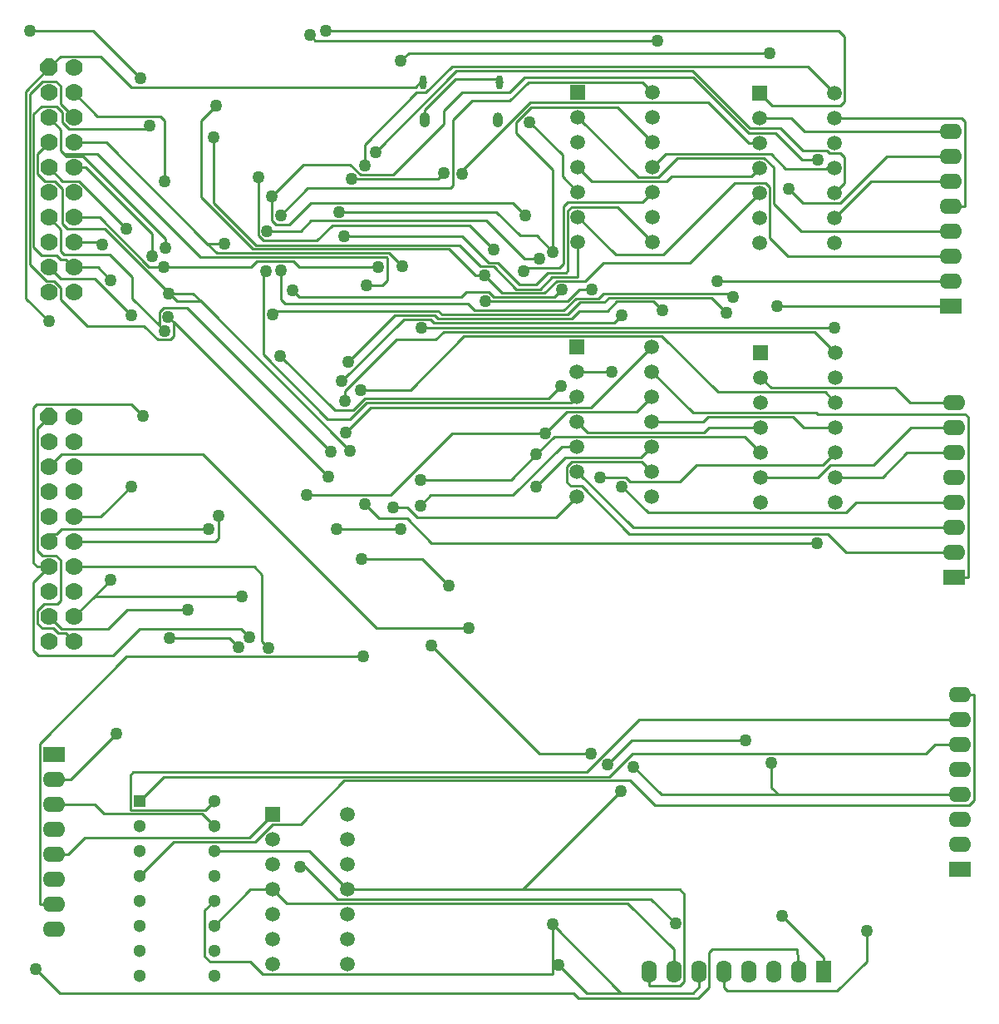
<source format=gbl>
G04 Layer_Physical_Order=2*
G04 Layer_Color=11436288*
%FSLAX44Y44*%
%MOMM*%
G71*
G01*
G75*
%ADD26C,0.2540*%
%ADD27C,0.7620*%
%ADD28C,1.0414*%
%ADD29C,1.0000*%
%ADD30C,0.8382*%
%ADD31C,1.5000*%
%ADD32R,1.5000X1.5000*%
%ADD33C,1.3000*%
%ADD34R,1.3000X1.3000*%
%ADD35P,1.9245X8X22.5*%
%ADD36C,1.7780*%
%ADD37O,1.5500X2.2860*%
%ADD38R,1.5500X2.2860*%
%ADD39O,2.2860X1.5500*%
%ADD40R,2.2860X1.5500*%
%ADD41C,1.2700*%
D26*
X259220Y1182220D02*
X283000Y1206000D01*
X259220Y971410D02*
X282630Y948000D01*
X271340Y1097720D02*
X278384Y1090676D01*
X271340Y1097720D02*
Y1118140D01*
X283000Y1129800D01*
X267300Y1159094D02*
X275066Y1166860D01*
X267300Y1023147D02*
Y1159094D01*
Y1023147D02*
X275717Y1014730D01*
X263260Y1179370D02*
X276150Y1192260D01*
X263260Y1006050D02*
Y1179370D01*
Y1006050D02*
X280250Y989060D01*
X259220Y971410D02*
Y1182220D01*
X275066Y1166860D02*
X290846D01*
X278384Y1090676D02*
X288798D01*
X275717Y1014730D02*
X290830D01*
X276150Y1192260D02*
X289850D01*
X294894Y1019048D02*
X298450Y1015492D01*
X294894Y1019048D02*
Y1041706D01*
X296672Y1046861D02*
Y1082802D01*
X288798Y1090676D02*
X296672Y1082802D01*
X296740Y1090660D02*
X313706D01*
X283000Y1104400D02*
X296740Y1090660D01*
X393756Y929156D02*
X406376D01*
X379912Y943000D02*
X393756Y929156D01*
X321783Y943000D02*
X379912D01*
X294660Y970123D02*
X321783Y943000D01*
X294660Y970123D02*
Y982230D01*
X287830Y989060D02*
X294660Y982230D01*
X280250Y989060D02*
X287830D01*
X298450Y1118108D02*
X300482Y1116076D01*
X367641Y971447D02*
X395224Y943864D01*
X384817Y1003554D02*
X400177D01*
X429670Y976376D02*
X437798Y968248D01*
X405384Y976376D02*
X413512Y968248D01*
X339852Y1041908D02*
X405384Y976376D01*
X429670D01*
X405130D02*
X405384D01*
X444076Y1026922D02*
X453632Y1017365D01*
X341198Y1129800D02*
X444076Y1026922D01*
X329220Y668020D02*
X345948Y684748D01*
X283000Y731012D02*
X290576D01*
X906697Y466300D02*
X1026204D01*
X697172Y1194250D02*
X741750D01*
X656121Y1186121D02*
X664250Y1194250D01*
X765224Y370000D02*
X925322D01*
X587100D02*
X765224D01*
X796290Y283464D02*
Y334010D01*
X830580Y264414D02*
X865886D01*
X782574Y507492D02*
X834644D01*
X672338Y617728D02*
X782574Y507492D01*
X1185374Y517100D02*
X1211000D01*
X1175996Y507722D02*
X1185374Y517100D01*
X399529Y484529D02*
X853869D01*
X375000Y460000D02*
X399529Y484529D01*
X1211000Y567900D02*
X1225042D01*
X1225296Y567646D01*
Y460375D02*
Y567646D01*
X1220597Y455676D02*
X1225296Y460375D01*
X875109Y480489D02*
X899922Y455676D01*
X583867Y480489D02*
X875109D01*
X539242Y435864D02*
X583867Y480489D01*
X510540Y435864D02*
X539242D01*
X493146Y418470D02*
X510540Y435864D01*
X409670Y418470D02*
X493146D01*
X375000Y383800D02*
X409670Y418470D01*
X884130Y542500D02*
X1211000D01*
X830580Y488950D02*
X884130Y542500D01*
X368905Y488950D02*
X830580D01*
X365730Y485775D02*
X368905Y488950D01*
X365730Y451014D02*
Y485775D01*
Y451014D02*
X366014Y450730D01*
X441930D01*
X451200Y460000D01*
X269494Y288290D02*
X293624Y264160D01*
X816864D01*
X822198Y258826D01*
X944626D01*
X955548Y269748D01*
Y305816D01*
X958850Y309118D01*
X1045357D01*
X1046500Y286000D01*
X313706Y1090660D02*
X361950Y1042416D01*
X305224Y481500D02*
X351536Y527812D01*
X288000Y481500D02*
X305224D01*
X335018Y1028200D02*
X337312Y1025906D01*
X308400Y1028200D02*
X335018D01*
X283000Y799600D02*
X295692Y812292D01*
X439420D01*
X616215Y635497D01*
X710184D01*
X308400Y748800D02*
X335494D01*
X366522Y779828D01*
X401193Y1022858D02*
Y1032383D01*
X317500Y1116076D02*
X401193Y1032383D01*
X300482Y1116076D02*
X317500D01*
X409956Y947166D02*
X567206Y789916D01*
X308400Y1053600D02*
X334771D01*
X384817Y1003554D01*
X488604D02*
X494335Y1009285D01*
X531825D01*
X400177Y1003554D02*
X488604D01*
X531825Y1009285D02*
X537556Y1003554D01*
X618236D01*
X308400Y1129800D02*
X341198D01*
X444076Y1026922D02*
X462026D01*
X406146Y625348D02*
X466852D01*
X476250Y615950D01*
X300280Y1010920D02*
X308400Y1002800D01*
X294640Y1010920D02*
X300280D01*
X290830Y1014730D02*
X294640Y1010920D01*
X290846Y1166860D02*
X296740Y1160966D01*
Y1150370D02*
Y1160966D01*
Y1150370D02*
X303602Y1143508D01*
X381604D01*
X385096Y1147000D01*
X333113Y1002800D02*
X345948Y989965D01*
X308400Y1002800D02*
X333113D01*
X387652Y1013968D02*
Y1037367D01*
X320619Y1104400D02*
X387652Y1037367D01*
X308400Y1104400D02*
X320619D01*
X499818Y622100D02*
X506222Y615696D01*
X499818Y622100D02*
Y690299D01*
X492117Y698000D02*
X499818Y690299D01*
X308400Y698000D02*
X492117D01*
X263652Y1243584D02*
X327914D01*
X376174Y1195324D01*
X308400Y723400D02*
X452001D01*
X455676Y727075D01*
Y750316D01*
X1063040Y937260D02*
X1084100Y916200D01*
X684852Y937260D02*
X1063040D01*
X676886Y929295D02*
X684852Y937260D01*
X636941Y929295D02*
X676886D01*
X584454Y876808D02*
X636941Y929295D01*
X584454Y866648D02*
Y876808D01*
X545400Y771120D02*
X631180D01*
X693942Y833882D01*
X788126D01*
X600202Y877824D02*
X651002D01*
X705866Y932688D01*
X907288D01*
X964184Y875792D01*
X1073708D01*
X1084100Y865400D01*
X663194Y706374D02*
X690626Y678942D01*
X601218Y706374D02*
X663194D01*
X581311Y887000D02*
X644537Y950226D01*
X671523D01*
X675345Y946404D01*
X858580D01*
X865980Y953803D01*
X604393Y762000D02*
X618871Y747522D01*
X647700D01*
X672846Y722376D01*
X1065022D01*
X587502Y906780D02*
X634988Y954266D01*
X675563D01*
X679036Y950794D01*
X815761D01*
X823215Y958248D01*
X851591D01*
X861568Y968224D01*
X898676D01*
X907542Y959358D01*
X779526Y780034D02*
X809002Y809510D01*
X886010D01*
X897100Y820600D01*
X1071124Y801624D02*
X1084100Y814600D01*
X942340Y801624D02*
X1071124D01*
X875085Y784860D02*
X925576D01*
X870676Y789269D02*
X875085Y784860D01*
X791972Y869442D02*
X804418Y881888D01*
X605001Y869442D02*
X791972D01*
X593087Y857528D02*
X605001Y869442D01*
X574246Y857528D02*
X593087D01*
X518774Y913000D02*
X574246Y857528D01*
X799380Y748280D02*
X820900Y769800D01*
X658180Y748280D02*
X799380D01*
X648016Y758444D02*
X658180Y748280D01*
X633476Y758444D02*
X648016D01*
X957755Y972264D02*
X973225Y956794D01*
X853678Y972264D02*
X957755D01*
X848693Y967280D02*
X853678Y972264D01*
X824167Y967280D02*
X848693D01*
X811721Y954834D02*
X824167Y967280D01*
X683076Y954834D02*
X811721D01*
X679603Y958306D02*
X683076Y954834D01*
X514019Y958306D02*
X679603D01*
X510546Y954834D02*
X514019Y958306D01*
X805360Y820600D02*
X820900D01*
X755650Y770890D02*
X805360Y820600D01*
X671449Y770890D02*
X755650D01*
X661162Y760603D02*
X671449Y770890D01*
X779526Y812292D02*
X798104Y830870D01*
X991630D01*
X1007900Y814600D01*
X531368Y979170D02*
X537972Y972566D01*
X703072D01*
X708258Y977752D01*
X731125D01*
X736322Y972554D01*
X797929D01*
X805434Y980059D01*
X519430Y970153D02*
Y1000125D01*
Y970153D02*
X523875Y965708D01*
X709676D01*
X716510Y958874D01*
X807274D01*
X819720Y971320D01*
X842796D01*
X847780Y976304D01*
X976829D01*
X980059Y973074D01*
X604472Y1106424D02*
Y1127966D01*
X657098Y1180592D01*
X666398D01*
X693322Y1207516D01*
X1055784D01*
X1083100Y1180200D01*
X1050290Y1112520D02*
X1066220D01*
X1023112Y1139698D02*
X1050290Y1112520D01*
X995555Y1139698D02*
X1023112D01*
X938913Y1196340D02*
X995555Y1139698D01*
X767645Y1196340D02*
X938913D01*
X752475Y1181170D02*
X767645Y1196340D01*
X703904Y1181170D02*
X752475D01*
X685038Y1162304D02*
X703904Y1181170D01*
X685038Y1148842D02*
Y1162304D01*
X633476Y1097280D02*
X685038Y1148842D01*
X600202Y1097280D02*
X633476D01*
X589788Y1107694D02*
X600202Y1097280D01*
X542290Y1107694D02*
X589788D01*
X509778Y1075182D02*
X542290Y1107694D01*
X662432Y941070D02*
X662940Y941578D01*
X1083056D01*
X766278Y999086D02*
X769453Y1002261D01*
X803252D01*
X807466Y1006475D01*
Y1065023D01*
X811529Y1069086D01*
X887586D01*
X898100Y1079600D01*
X496086Y1035050D02*
Y1095000D01*
Y1035050D02*
X501166Y1029970D01*
X555752D01*
X571500Y1045718D01*
X711200D01*
X736322Y1020596D01*
X591058Y1093216D02*
X679450D01*
X685038Y1098804D01*
X821900Y993775D02*
Y1028800D01*
X821344Y993219D02*
X821900Y993775D01*
X795631Y993219D02*
X821344D01*
X783046Y980635D02*
X795631Y993219D01*
X758964Y980635D02*
X783046D01*
X735814Y1003784D02*
X758964Y980635D01*
X722688Y1003784D02*
X735814D01*
X701027Y1025446D02*
X722688Y1003784D01*
X494066Y1025446D02*
X701027D01*
X450850Y1068662D02*
X494066Y1025446D01*
X450850Y1068662D02*
Y1135126D01*
X641350Y1212850D02*
X649224Y1220724D01*
X1017270D01*
X772668Y1150366D02*
X805942Y1117092D01*
Y1095558D02*
Y1117092D01*
Y1095558D02*
X821900Y1079600D01*
X823127Y980440D02*
X835533D01*
X811201Y968514D02*
X823127Y980440D01*
X727202Y968514D02*
X811201D01*
X717169Y994664D02*
X726694D01*
X690427Y1021406D02*
X717169Y994664D01*
X490697Y1021406D02*
X690427D01*
X438150Y1073953D02*
X490697Y1021406D01*
X438150Y1073953D02*
Y1152144D01*
X453136Y1167130D01*
X726694Y994664D02*
X744764Y976594D01*
X787515D01*
X800100Y989179D01*
X828953D01*
X847392Y1007618D01*
X935918D01*
X1006900Y1078600D01*
X548640Y1239012D02*
X553974Y1233678D01*
X902622D01*
X876602Y521462D02*
X992124D01*
X851964Y496824D02*
X876602Y521462D01*
X1095254Y712500D02*
X1205000D01*
X1076018Y731736D02*
X1095254Y712500D01*
X874306Y731736D02*
X1076018D01*
X825754Y780288D02*
X874306Y731736D01*
X814567Y780288D02*
X825754D01*
X810630Y784225D02*
X814567Y780288D01*
X810630Y784225D02*
Y800125D01*
X815975Y805470D01*
X886830D01*
X897100Y795200D01*
X1007900Y890800D02*
X1018475Y880225D01*
X1144917D01*
X1160242Y864900D01*
X1205000D01*
X1025117Y963100D02*
X1202000D01*
X1035880Y1013900D02*
X1202000D01*
X1017170Y1032610D02*
X1035880Y1013900D01*
X1017170Y1032610D02*
Y1084172D01*
X1012444Y1088898D02*
X1017170Y1084172D01*
X981710Y1088898D02*
X1012444D01*
X908558Y1015746D02*
X981710Y1088898D01*
X860354Y1015746D02*
X908558D01*
X821900Y1054200D02*
X860354Y1015746D01*
X821900Y1155800D02*
X882970Y1094730D01*
X903214D01*
X922754Y1114270D01*
X1011456D01*
X1021211Y1104515D01*
Y1067130D02*
Y1104515D01*
Y1067130D02*
X1049040Y1039300D01*
X1202000D01*
X1136201Y1115500D02*
X1202000D01*
X1089025Y1068324D02*
X1136201Y1115500D01*
X1050616Y1068324D02*
X1089025D01*
X1036320Y1082620D02*
X1050616Y1068324D01*
X283000Y1206000D02*
X294660Y1217660D01*
X335515D01*
X367054Y1186121D01*
X656121D01*
X299772Y630428D02*
X308400Y621800D01*
X292100Y630428D02*
X299772D01*
X287020Y635508D02*
X292100Y630428D01*
X276225Y635508D02*
X287020D01*
X271340Y640393D02*
X276225Y635508D01*
X271340Y640393D02*
Y653610D01*
X277622Y659892D01*
X291211D01*
X294894Y663575D01*
Y704850D01*
X290068Y709676D02*
X294894Y704850D01*
X275971Y709676D02*
X290068D01*
X271272Y714375D02*
X275971Y709676D01*
X271272Y714375D02*
Y838672D01*
X283000Y850400D01*
X1026204Y466300D02*
X1211000D01*
X1029482Y342646D02*
X1071900Y300228D01*
Y286000D02*
Y300228D01*
X1075379Y1104000D02*
X1083100D01*
X1074779Y1103400D02*
X1075379Y1104000D01*
X1033376Y1103400D02*
X1074779D01*
X1018466Y1118310D02*
X1033376Y1103400D01*
X911410Y1118310D02*
X1018466D01*
X898100Y1105000D02*
X911410Y1118310D01*
X765224Y370000D02*
X865124Y469900D01*
X821900Y1105000D02*
X836210Y1090690D01*
X912410D01*
X916994Y1095273D01*
X998174D01*
X1006900Y1104000D01*
X938784Y264414D02*
X944900Y270530D01*
X865886Y264414D02*
X938784D01*
X796290Y334010D02*
X865886Y264414D01*
X944900Y270530D02*
Y286000D01*
X801878Y293116D02*
X830580Y264414D01*
X441706Y348906D02*
X451200Y358400D01*
X441706Y301625D02*
Y348906D01*
Y301625D02*
X447167Y296164D01*
X487680D01*
X500380Y283464D01*
X796290D01*
X538861Y392938D02*
X543625D01*
X576834Y359729D01*
X896172D01*
X921004Y334897D01*
X404368Y952754D02*
X409956Y947166D01*
Y932688D02*
Y947166D01*
X406400Y929132D02*
X409956Y932688D01*
X289850Y1192260D02*
X294660Y1187450D01*
Y1168940D02*
Y1187450D01*
Y1168940D02*
X308400Y1155200D01*
X887786Y1191514D02*
X898100Y1181200D01*
X771398Y1191514D02*
X887786D01*
X752118Y1172234D02*
X771398Y1191514D01*
X713764Y1172234D02*
X752118D01*
X694182Y1152652D02*
X713764Y1172234D01*
X694182Y1085850D02*
Y1152652D01*
X691963Y1083631D02*
X694182Y1085850D01*
X546548Y1083631D02*
X691963D01*
X518922Y1056005D02*
X546548Y1083631D01*
X366522Y863600D02*
X378460Y851662D01*
X270383Y863600D02*
X366522D01*
X267208Y860425D02*
X270383Y863600D01*
X267208Y701675D02*
Y860425D01*
Y701675D02*
X270883Y698000D01*
X283000D01*
X510900Y370000D02*
X525210Y355689D01*
X872675D01*
X919500Y308864D01*
Y286000D02*
Y308864D01*
X925576Y784860D02*
X942340Y801624D01*
X844550Y789269D02*
X870676D01*
X820900Y896800D02*
X855980D01*
X866140Y780034D02*
X893064Y753110D01*
X1095188D01*
X1105378Y763300D01*
X1205000D01*
X564600Y1243838D02*
X1087120D01*
X1093470Y1237488D01*
Y1171575D02*
Y1237488D01*
X1089279Y1167384D02*
X1093470Y1171575D01*
X1019716Y1167384D02*
X1089279D01*
X1006900Y1180200D02*
X1019716Y1167384D01*
X703775Y1098364D02*
Y1101539D01*
X772922Y1170686D01*
X954394D01*
X995680Y1129400D01*
X1006900D01*
X862386Y1166114D02*
X898100Y1130400D01*
X774446Y1166114D02*
X862386D01*
X758825Y1150493D02*
X774446Y1166114D01*
X758825Y1139571D02*
Y1150493D01*
Y1139571D02*
X796290Y1102106D01*
Y1018540D02*
Y1102106D01*
X753364Y786130D02*
X779526Y812292D01*
X661416Y786130D02*
X753364D01*
X505206Y1039876D02*
X539496D01*
X549863Y1050243D01*
X728773D01*
X767588Y1011428D01*
X782574D01*
X862386Y1064514D02*
X898100Y1028800D01*
X815594Y1064514D02*
X862386D01*
X811530Y1060450D02*
X815594Y1064514D01*
X811530Y999395D02*
Y1060450D01*
X809395Y997259D02*
X811530Y999395D01*
X791155Y997259D02*
X809395D01*
X779240Y985345D02*
X791155Y997259D01*
X762333Y985345D02*
X779240D01*
X739854Y1007824D02*
X762333Y985345D01*
X731023Y1007824D02*
X739854D01*
X704051Y1034796D02*
X731023Y1007824D01*
X583716Y1034796D02*
X704051D01*
X755166Y1068554D02*
X767842Y1055878D01*
X549759Y1068554D02*
X755166D01*
X527939Y1046734D02*
X549759Y1068554D01*
X513969Y1046734D02*
X527939D01*
X509778Y1050925D02*
X513969Y1046734D01*
X509778Y1050925D02*
Y1075182D01*
X578612Y1059434D02*
X738632D01*
X763016Y1035050D01*
X779780D01*
X796290Y1018540D01*
X453632Y1017365D02*
X629189D01*
X642620Y1003935D01*
X576326Y736346D02*
X640842D01*
X283000Y1155200D02*
X294894Y1143306D01*
Y1121664D02*
Y1143306D01*
Y1121664D02*
X298450Y1118108D01*
X332486D01*
X437269Y1013325D01*
X626880D01*
X627380Y1012825D01*
Y989838D02*
Y1012825D01*
X622300Y984758D02*
X627380Y989838D01*
X606806Y984758D02*
X622300D01*
X615444Y1120135D02*
X698253Y1202944D01*
X938022D01*
X996436Y1144530D01*
X1027932D01*
X1050784Y1121678D01*
X1075379D01*
X1077933Y1119124D01*
X1089025D01*
X1093470Y1114679D01*
Y1088970D02*
Y1114679D01*
X1083100Y1078600D02*
X1093470Y1088970D01*
X665750Y1155750D02*
Y1162828D01*
X697172Y1194250D01*
X814370Y864870D02*
X820900Y871400D01*
X606143Y864870D02*
X814370D01*
X589887Y848614D02*
X606143Y864870D01*
X566928Y848614D02*
X589887D01*
X501142Y914400D02*
X566928Y848614D01*
X501142Y914400D02*
Y996188D01*
X503682Y998728D01*
X963800Y988500D02*
X1202000D01*
X585149Y835000D02*
X610459Y860310D01*
X835210D01*
X897100Y922200D01*
X437798Y968248D02*
X589660Y816385D01*
X413512Y968248D02*
X437798D01*
X301625Y1041908D02*
X339852D01*
X296672Y1046861D02*
X301625Y1041908D01*
X423164Y961898D02*
X569976Y815086D01*
X400050Y961898D02*
X423164D01*
X395224Y957072D02*
X400050Y961898D01*
X395224Y943864D02*
Y957072D01*
Y943864D02*
X400812Y938276D01*
X283000Y1053600D02*
X294894Y1041706D01*
X298450Y1015492D02*
X345106D01*
X367641Y992957D01*
Y971447D02*
Y992957D01*
X308400Y1180600D02*
X332284Y1156716D01*
X396875D01*
X401066Y1152525D01*
Y1090168D02*
Y1152525D01*
X283000Y1002800D02*
X294692Y991108D01*
X329438D01*
X366649Y953897D01*
X273812Y354500D02*
X288000D01*
X273558Y354754D02*
X273812Y354500D01*
X273558Y354754D02*
Y518414D01*
X361720Y606576D01*
X602742D01*
X478790Y634492D02*
X486918Y626364D01*
X375158Y634492D02*
X478790D01*
X348488Y607822D02*
X375158Y634492D01*
X272161Y607822D02*
X348488D01*
X267208Y612775D02*
X272161Y607822D01*
X267208Y612775D02*
Y682208D01*
X283000Y698000D01*
X439110Y446689D02*
X451200Y434600D01*
X338849Y446689D02*
X439110D01*
X329438Y456100D02*
X338849Y446689D01*
X288000Y456100D02*
X329438D01*
X487210Y422510D02*
X510900Y446200D01*
X319470Y422510D02*
X487210D01*
X302260Y405300D02*
X319470Y422510D01*
X288000Y405300D02*
X302260D01*
X878332Y494665D02*
X906697Y466300D01*
X955062Y840000D02*
X1007900D01*
X949972Y834910D02*
X955062Y840000D01*
X831990Y834910D02*
X949972D01*
X820900Y846000D02*
X831990Y834910D01*
X1115822Y296418D02*
Y327152D01*
X1085850Y266446D02*
X1115822Y296418D01*
X973729Y266446D02*
X1085850D01*
X970300Y269875D02*
X973729Y266446D01*
X970300Y269875D02*
Y286000D01*
X894100Y272034D02*
Y286000D01*
Y272034D02*
X894354Y271780D01*
X925703D01*
X930148Y276225D01*
Y365174D01*
X925322Y370000D02*
X930148Y365174D01*
X362966Y654558D02*
X424434D01*
X342900Y634492D02*
X362966Y654558D01*
X295708Y634492D02*
X342900D01*
X283000Y647200D02*
X295708Y634492D01*
X1120000Y1090100D02*
X1202000D01*
X1083100Y1053200D02*
X1120000Y1090100D01*
X1083100Y1154800D02*
X1212850D01*
X1216406Y1151244D01*
Y1064954D02*
Y1151244D01*
X1216152Y1064700D02*
X1216406Y1064954D01*
X1202000Y1064700D02*
X1216152D01*
X1053014Y1140900D02*
X1202000D01*
X1039114Y1154800D02*
X1053014Y1140900D01*
X1006900Y1154800D02*
X1039114D01*
X878200Y737900D02*
X1205000D01*
X820900Y795200D02*
X878200Y737900D01*
X1051538Y840000D02*
X1084100D01*
X1040449Y851089D02*
X1051538Y840000D01*
X954796Y851089D02*
X1040449D01*
X949706Y846000D02*
X954796Y851089D01*
X897100Y846000D02*
X949706D01*
X1205000Y687100D02*
X1218946D01*
X1219200Y687354D01*
Y850519D01*
X1216025Y853694D02*
X1219200Y850519D01*
X1066038Y853694D02*
X1216025D01*
X1064602Y855130D02*
X1066038Y853694D01*
X938770Y855130D02*
X1064602D01*
X897100Y896800D02*
X938770Y855130D01*
X881970Y856270D02*
X897100Y871400D01*
X810514Y856270D02*
X881970D01*
X788126Y833882D02*
X810514Y856270D01*
X283000Y723400D02*
Y731012D01*
X290576D02*
X295656Y736092D01*
X445516D01*
X329220Y668020D02*
X479806D01*
X308400Y647200D02*
X329220Y668020D01*
X451200Y333000D02*
X488200Y370000D01*
X510900D01*
X547900Y409200D02*
X587100Y370000D01*
X451200Y409200D02*
X547900D01*
X1161318Y839500D02*
X1205000D01*
X1123188Y801370D02*
X1161318Y839500D01*
X1078462Y801370D02*
X1123188D01*
X1066292Y789200D02*
X1078462Y801370D01*
X1007900Y789200D02*
X1066292D01*
X1156978Y814100D02*
X1205000D01*
X1132078Y789200D02*
X1156978Y814100D01*
X1084100Y789200D02*
X1132078D01*
X899922Y455676D02*
X1220597D01*
X1019000Y473504D02*
X1026204Y466300D01*
X1019000Y473504D02*
Y499000D01*
X1022778Y508120D02*
X1023176Y507722D01*
X1175996D01*
X877460Y508120D02*
X1022778D01*
X853869Y484529D02*
X877460Y508120D01*
D27*
X741750Y1194250D02*
D03*
Y1187750D02*
D03*
X664250D02*
D03*
Y1194250D02*
D03*
D28*
X665750Y1150250D02*
D03*
Y1155750D02*
D03*
X740250Y1153000D02*
D03*
Y1150250D02*
D03*
D29*
X665750Y1153000D02*
D03*
X740250Y1155750D02*
D03*
D30*
X741750Y1191000D02*
D03*
X664250D02*
D03*
D31*
X587100Y293800D02*
D03*
Y319200D02*
D03*
Y344600D02*
D03*
Y370000D02*
D03*
Y395400D02*
D03*
Y420800D02*
D03*
Y446200D02*
D03*
X510900Y293800D02*
D03*
Y319200D02*
D03*
Y344600D02*
D03*
Y370000D02*
D03*
Y395400D02*
D03*
Y420800D02*
D03*
X897100Y769800D02*
D03*
Y795200D02*
D03*
Y820600D02*
D03*
Y846000D02*
D03*
Y871400D02*
D03*
Y896800D02*
D03*
Y922200D02*
D03*
X820900Y769800D02*
D03*
Y795200D02*
D03*
Y820600D02*
D03*
Y846000D02*
D03*
Y871400D02*
D03*
Y896800D02*
D03*
X1084100Y763800D02*
D03*
Y789200D02*
D03*
Y814600D02*
D03*
Y840000D02*
D03*
Y865400D02*
D03*
Y890800D02*
D03*
Y916200D02*
D03*
X1007900Y763800D02*
D03*
Y789200D02*
D03*
Y814600D02*
D03*
Y840000D02*
D03*
Y865400D02*
D03*
Y890800D02*
D03*
X898100Y1028800D02*
D03*
Y1054200D02*
D03*
Y1079600D02*
D03*
Y1105000D02*
D03*
Y1130400D02*
D03*
Y1155800D02*
D03*
Y1181200D02*
D03*
X821900Y1028800D02*
D03*
Y1054200D02*
D03*
Y1079600D02*
D03*
Y1105000D02*
D03*
Y1130400D02*
D03*
Y1155800D02*
D03*
X1083100Y1027800D02*
D03*
Y1053200D02*
D03*
Y1078600D02*
D03*
Y1104000D02*
D03*
Y1129400D02*
D03*
Y1154800D02*
D03*
Y1180200D02*
D03*
X1006900Y1027800D02*
D03*
Y1053200D02*
D03*
Y1078600D02*
D03*
Y1104000D02*
D03*
Y1129400D02*
D03*
Y1154800D02*
D03*
D32*
X510900Y446200D02*
D03*
X820900Y922200D02*
D03*
X1007900Y916200D02*
D03*
X821900Y1181200D02*
D03*
X1006900Y1180200D02*
D03*
D33*
X451200Y282200D02*
D03*
Y307600D02*
D03*
Y333000D02*
D03*
Y358400D02*
D03*
Y383800D02*
D03*
Y409200D02*
D03*
Y434600D02*
D03*
Y460000D02*
D03*
X375000Y282200D02*
D03*
Y307600D02*
D03*
Y333000D02*
D03*
Y358400D02*
D03*
Y383800D02*
D03*
Y409200D02*
D03*
Y434600D02*
D03*
D34*
Y460000D02*
D03*
D35*
X283000Y1206000D02*
D03*
Y850400D02*
D03*
D36*
Y1180600D02*
D03*
Y1155200D02*
D03*
Y1129800D02*
D03*
Y1104400D02*
D03*
Y1079000D02*
D03*
Y1053600D02*
D03*
Y1028200D02*
D03*
Y1002800D02*
D03*
Y977400D02*
D03*
X308400Y1206000D02*
D03*
Y1180600D02*
D03*
Y1155200D02*
D03*
Y1129800D02*
D03*
Y1104400D02*
D03*
Y1079000D02*
D03*
Y1053600D02*
D03*
Y1028200D02*
D03*
Y1002800D02*
D03*
Y977400D02*
D03*
X283000Y825000D02*
D03*
Y799600D02*
D03*
Y774200D02*
D03*
Y748800D02*
D03*
Y723400D02*
D03*
Y698000D02*
D03*
Y672600D02*
D03*
Y647200D02*
D03*
Y621800D02*
D03*
X308400Y850400D02*
D03*
Y825000D02*
D03*
Y799600D02*
D03*
Y774200D02*
D03*
Y748800D02*
D03*
Y723400D02*
D03*
Y698000D02*
D03*
Y672600D02*
D03*
Y647200D02*
D03*
Y621800D02*
D03*
D37*
X894100Y286000D02*
D03*
X919500D02*
D03*
X944900D02*
D03*
X970300D02*
D03*
X995700D02*
D03*
X1021100D02*
D03*
X1046500D02*
D03*
D38*
X1071900D02*
D03*
D39*
X1202000Y1140900D02*
D03*
Y1115500D02*
D03*
Y1090100D02*
D03*
Y1064700D02*
D03*
Y1039300D02*
D03*
Y1013900D02*
D03*
Y988500D02*
D03*
X1211000Y567900D02*
D03*
Y542500D02*
D03*
Y517100D02*
D03*
Y491700D02*
D03*
Y466300D02*
D03*
Y440900D02*
D03*
Y415500D02*
D03*
X288000Y329100D02*
D03*
Y354500D02*
D03*
Y379900D02*
D03*
Y405300D02*
D03*
Y430700D02*
D03*
Y456100D02*
D03*
Y481500D02*
D03*
X1205000Y864900D02*
D03*
Y839500D02*
D03*
Y814100D02*
D03*
Y788700D02*
D03*
Y763300D02*
D03*
Y737900D02*
D03*
Y712500D02*
D03*
D40*
X1202000Y963100D02*
D03*
X1211000Y390100D02*
D03*
X288000Y506900D02*
D03*
X1205000Y687100D02*
D03*
D41*
X282630Y948000D02*
D03*
X834644Y507492D02*
D03*
X672338Y617728D02*
D03*
X269494Y288290D02*
D03*
X361950Y1042416D02*
D03*
X351536Y527812D02*
D03*
X337312Y1025906D02*
D03*
X710184Y635497D02*
D03*
X366522Y779828D02*
D03*
X401193Y1022858D02*
D03*
X567206Y789916D02*
D03*
X400177Y1003554D02*
D03*
X618236D02*
D03*
X405130Y976376D02*
D03*
X462026Y1026922D02*
D03*
X406146Y625348D02*
D03*
X476250Y615950D02*
D03*
X385096Y1147000D02*
D03*
X345948Y684748D02*
D03*
Y989965D02*
D03*
X387652Y1013968D02*
D03*
X506222Y615696D02*
D03*
X263652Y1243584D02*
D03*
X376174Y1195324D02*
D03*
X455676Y750316D02*
D03*
X584454Y866648D02*
D03*
X545400Y771120D02*
D03*
X600202Y877824D02*
D03*
X690626Y678942D02*
D03*
X601218Y706374D02*
D03*
X581311Y887000D02*
D03*
X865980Y953803D02*
D03*
X604393Y762000D02*
D03*
X1065022Y722376D02*
D03*
X587502Y906780D02*
D03*
X907542Y959358D02*
D03*
X779526Y780034D02*
D03*
X844550Y789269D02*
D03*
X804418Y881888D02*
D03*
X518774Y913000D02*
D03*
X633476Y758444D02*
D03*
X973225Y956794D02*
D03*
X510546Y954834D02*
D03*
X661162Y760603D02*
D03*
X779526Y812292D02*
D03*
X531368Y979170D02*
D03*
X805434Y980059D02*
D03*
X519430Y1000125D02*
D03*
X980059Y973074D02*
D03*
X604472Y1106424D02*
D03*
X1066220Y1112520D02*
D03*
X509778Y1075182D02*
D03*
X662432Y941070D02*
D03*
X1083056Y941578D02*
D03*
X766278Y999086D02*
D03*
X496086Y1095000D02*
D03*
X736322Y1020596D02*
D03*
X591058Y1093216D02*
D03*
X685038Y1098804D02*
D03*
X450850Y1135126D02*
D03*
X641350Y1212850D02*
D03*
X1017270Y1220724D02*
D03*
X772668Y1150366D02*
D03*
X835533Y980440D02*
D03*
X727202Y968514D02*
D03*
X726694Y994664D02*
D03*
X453136Y1167130D02*
D03*
X548640Y1239012D02*
D03*
X902622Y1233678D02*
D03*
X992124Y521462D02*
D03*
X851964Y496824D02*
D03*
X1025117Y963100D02*
D03*
X1036320Y1082620D02*
D03*
X1029482Y342646D02*
D03*
X865124Y469900D02*
D03*
X796290Y334010D02*
D03*
X801878Y293116D02*
D03*
X538861Y392938D02*
D03*
X921004Y334897D02*
D03*
X404368Y952754D02*
D03*
X518922Y1056005D02*
D03*
X378460Y851662D02*
D03*
X855980Y896800D02*
D03*
X866140Y780034D02*
D03*
X564600Y1243838D02*
D03*
X703775Y1098364D02*
D03*
X661416Y786130D02*
D03*
X505206Y1039876D02*
D03*
X782574Y1011428D02*
D03*
X583716Y1034796D02*
D03*
X767842Y1055878D02*
D03*
X578612Y1059434D02*
D03*
X796290Y1018540D02*
D03*
X642620Y1003935D02*
D03*
X640842Y736346D02*
D03*
X576326D02*
D03*
X606806Y984758D02*
D03*
X615444Y1120135D02*
D03*
X503682Y998728D02*
D03*
X963800Y988500D02*
D03*
X585149Y835000D02*
D03*
X589660Y816385D02*
D03*
X569976Y815086D02*
D03*
X400812Y938276D02*
D03*
X401066Y1090168D02*
D03*
X366649Y953897D02*
D03*
X602742Y606576D02*
D03*
X486918Y626364D02*
D03*
X878332Y494665D02*
D03*
X1115822Y327152D02*
D03*
X424434Y654558D02*
D03*
X788126Y833882D02*
D03*
X445516Y736092D02*
D03*
X479806Y668020D02*
D03*
X1019000Y499000D02*
D03*
M02*

</source>
